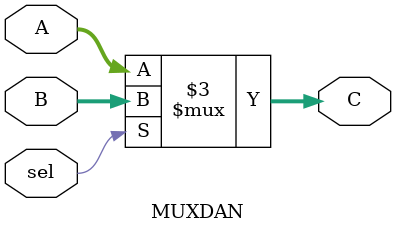
<source format=v>
`timescale 1ns/1ns

module MUXDAN(
	input sel,
	input [31:0]A,
	input [31:0]B,
	output reg [31:0]C
);
	
always @*
begin
	if (sel)
		begin
		C=B;
		end
	else
		begin
		C=A;
		end
	end
	
endmodule

</source>
